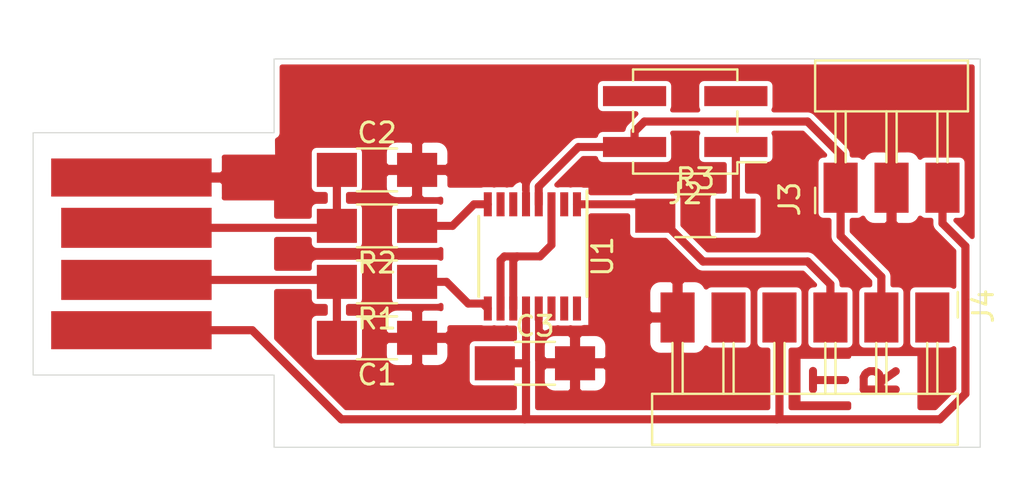
<source format=kicad_pcb>
(kicad_pcb (version 20171130) (host pcbnew "(5.1.9)-1")

  (general
    (thickness 1.6)
    (drawings 10)
    (tracks 57)
    (zones 0)
    (modules 11)
    (nets 21)
  )

  (page A4)
  (layers
    (0 F.Cu signal)
    (31 B.Cu signal)
    (32 B.Adhes user)
    (33 F.Adhes user)
    (34 B.Paste user)
    (35 F.Paste user)
    (36 B.SilkS user)
    (37 F.SilkS user)
    (38 B.Mask user)
    (39 F.Mask user)
    (40 Dwgs.User user)
    (41 Cmts.User user)
    (42 Eco1.User user)
    (43 Eco2.User user)
    (44 Edge.Cuts user)
    (45 Margin user)
    (46 B.CrtYd user)
    (47 F.CrtYd user)
    (48 B.Fab user)
    (49 F.Fab user)
  )

  (setup
    (last_trace_width 0.4064)
    (user_trace_width 0.4)
    (user_trace_width 0.4064)
    (trace_clearance 0.2)
    (zone_clearance 0.508)
    (zone_45_only no)
    (trace_min 0.2)
    (via_size 0.8)
    (via_drill 0.4)
    (via_min_size 0.4)
    (via_min_drill 0.3)
    (uvia_size 0.3)
    (uvia_drill 0.1)
    (uvias_allowed no)
    (uvia_min_size 0.2)
    (uvia_min_drill 0.1)
    (edge_width 0.05)
    (segment_width 0.2)
    (pcb_text_width 0.3)
    (pcb_text_size 1.5 1.5)
    (mod_edge_width 0.12)
    (mod_text_size 1 1)
    (mod_text_width 0.15)
    (pad_size 1.524 1.524)
    (pad_drill 0.762)
    (pad_to_mask_clearance 0)
    (aux_axis_origin 0 0)
    (visible_elements 7FFFFFFF)
    (pcbplotparams
      (layerselection 0x010fc_ffffffff)
      (usegerberextensions false)
      (usegerberattributes true)
      (usegerberadvancedattributes true)
      (creategerberjobfile true)
      (excludeedgelayer true)
      (linewidth 0.100000)
      (plotframeref false)
      (viasonmask false)
      (mode 1)
      (useauxorigin false)
      (hpglpennumber 1)
      (hpglpenspeed 20)
      (hpglpendiameter 15.000000)
      (psnegative false)
      (psa4output false)
      (plotreference true)
      (plotvalue true)
      (plotinvisibletext false)
      (padsonsilk false)
      (subtractmaskfromsilk false)
      (outputformat 1)
      (mirror false)
      (drillshape 1)
      (scaleselection 1)
      (outputdirectory ""))
  )

  (net 0 "")
  (net 1 GND)
  (net 2 "Net-(C1-Pad2)")
  (net 3 "Net-(C2-Pad1)")
  (net 4 VCC)
  (net 5 "Net-(J2-Pad4)")
  (net 6 "Net-(J2-Pad3)")
  (net 7 "Net-(J2-Pad1)")
  (net 8 "Net-(J4-Pad5)")
  (net 9 "Net-(J4-Pad1)")
  (net 10 "Net-(R1-Pad1)")
  (net 11 "Net-(R2-Pad1)")
  (net 12 "Net-(U1-Pad16)")
  (net 13 "Net-(U1-Pad15)")
  (net 14 "Net-(U1-Pad14)")
  (net 15 "Net-(U1-Pad10)")
  (net 16 "Net-(U1-Pad7)")
  (net 17 "Net-(U1-Pad6)")
  (net 18 "Net-(U1-Pad2)")
  (net 19 /RX)
  (net 20 /TX)

  (net_class Default "This is the default net class."
    (clearance 0.2)
    (trace_width 0.25)
    (via_dia 0.8)
    (via_drill 0.4)
    (uvia_dia 0.3)
    (uvia_drill 0.1)
    (add_net /RX)
    (add_net /TX)
    (add_net GND)
    (add_net "Net-(C1-Pad2)")
    (add_net "Net-(C2-Pad1)")
    (add_net "Net-(J2-Pad1)")
    (add_net "Net-(J2-Pad3)")
    (add_net "Net-(J2-Pad4)")
    (add_net "Net-(J4-Pad1)")
    (add_net "Net-(J4-Pad5)")
    (add_net "Net-(R1-Pad1)")
    (add_net "Net-(R2-Pad1)")
    (add_net "Net-(U1-Pad10)")
    (add_net "Net-(U1-Pad14)")
    (add_net "Net-(U1-Pad15)")
    (add_net "Net-(U1-Pad16)")
    (add_net "Net-(U1-Pad2)")
    (add_net "Net-(U1-Pad6)")
    (add_net "Net-(U1-Pad7)")
    (add_net VCC)
  )

  (module fab:C_1206 (layer F.Cu) (tedit 6002C54C) (tstamp 602774DA)
    (at 31.242 45.466)
    (descr "Capacitor SMD 1206, hand soldering")
    (tags "capacitor 1206")
    (path /60275EC8)
    (attr smd)
    (fp_text reference C2 (at 0 -1.85) (layer F.SilkS)
      (effects (font (size 1 1) (thickness 0.15)))
    )
    (fp_text value 10p (at 0 1.9) (layer F.Fab)
      (effects (font (size 1 1) (thickness 0.15)))
    )
    (fp_line (start -1.6 0.8) (end -1.6 -0.8) (layer F.Fab) (width 0.1))
    (fp_line (start 1.6 0.8) (end -1.6 0.8) (layer F.Fab) (width 0.1))
    (fp_line (start 1.6 -0.8) (end 1.6 0.8) (layer F.Fab) (width 0.1))
    (fp_line (start -1.6 -0.8) (end 1.6 -0.8) (layer F.Fab) (width 0.1))
    (fp_line (start 1 1.07) (end -1 1.07) (layer F.SilkS) (width 0.12))
    (fp_line (start -1 -1.07) (end 1 -1.07) (layer F.SilkS) (width 0.12))
    (fp_line (start -3.25 -1.11) (end 3.25 -1.11) (layer F.CrtYd) (width 0.05))
    (fp_line (start -3.25 -1.11) (end -3.25 1.1) (layer F.CrtYd) (width 0.05))
    (fp_line (start 3.25 1.1) (end 3.25 -1.11) (layer F.CrtYd) (width 0.05))
    (fp_line (start 3.25 1.1) (end -3.25 1.1) (layer F.CrtYd) (width 0.05))
    (fp_text user %R (at 0 0) (layer F.Fab)
      (effects (font (size 0.7 0.7) (thickness 0.105)))
    )
    (pad 1 smd rect (at -2 0) (size 2 1.7) (layers F.Cu F.Paste F.Mask)
      (net 3 "Net-(C2-Pad1)"))
    (pad 2 smd rect (at 2 0) (size 2 1.7) (layers F.Cu F.Paste F.Mask)
      (net 1 GND))
    (model ${FAB}/fab.3dshapes/C_1206.step
      (at (xyz 0 0 0))
      (scale (xyz 1 1 1))
      (rotate (xyz 0 0 0))
    )
  )

  (module Package_SO:SSOP-16_3.9x4.9mm_P0.635mm (layer F.Cu) (tedit 5A02F25C) (tstamp 602775C1)
    (at 38.989 49.784 270)
    (descr "SSOP16: plastic shrink small outline package; 16 leads; body width 3.9 mm; lead pitch 0.635; (see NXP SSOP-TSSOP-VSO-REFLOW.pdf and sot519-1_po.pdf)")
    (tags "SSOP 0.635")
    (path /6026F555)
    (attr smd)
    (fp_text reference U1 (at 0 -3.5 90) (layer F.SilkS)
      (effects (font (size 1 1) (thickness 0.15)))
    )
    (fp_text value FT230XS (at 0 3.5 90) (layer F.Fab)
      (effects (font (size 1 1) (thickness 0.15)))
    )
    (fp_line (start -0.95 -2.45) (end 1.95 -2.45) (layer F.Fab) (width 0.15))
    (fp_line (start 1.95 -2.45) (end 1.95 2.45) (layer F.Fab) (width 0.15))
    (fp_line (start 1.95 2.45) (end -1.95 2.45) (layer F.Fab) (width 0.15))
    (fp_line (start -1.95 2.45) (end -1.95 -1.45) (layer F.Fab) (width 0.15))
    (fp_line (start -1.95 -1.45) (end -0.95 -2.45) (layer F.Fab) (width 0.15))
    (fp_line (start -3.45 -2.85) (end -3.45 2.8) (layer F.CrtYd) (width 0.05))
    (fp_line (start 3.45 -2.85) (end 3.45 2.8) (layer F.CrtYd) (width 0.05))
    (fp_line (start -3.45 -2.85) (end 3.45 -2.85) (layer F.CrtYd) (width 0.05))
    (fp_line (start -3.45 2.8) (end 3.45 2.8) (layer F.CrtYd) (width 0.05))
    (fp_line (start -2 2.675) (end 2 2.675) (layer F.SilkS) (width 0.15))
    (fp_line (start -3.275 -2.725) (end 2 -2.725) (layer F.SilkS) (width 0.15))
    (fp_text user %R (at 0 0 90) (layer F.Fab)
      (effects (font (size 0.8 0.8) (thickness 0.15)))
    )
    (pad 16 smd rect (at 2.6 -2.2225 270) (size 1.2 0.4) (layers F.Cu F.Paste F.Mask)
      (net 12 "Net-(U1-Pad16)"))
    (pad 15 smd rect (at 2.6 -1.5875 270) (size 1.2 0.4) (layers F.Cu F.Paste F.Mask)
      (net 13 "Net-(U1-Pad15)"))
    (pad 14 smd rect (at 2.6 -0.9525 270) (size 1.2 0.4) (layers F.Cu F.Paste F.Mask)
      (net 14 "Net-(U1-Pad14)"))
    (pad 13 smd rect (at 2.6 -0.3175 270) (size 1.2 0.4) (layers F.Cu F.Paste F.Mask)
      (net 1 GND))
    (pad 12 smd rect (at 2.6 0.3175 270) (size 1.2 0.4) (layers F.Cu F.Paste F.Mask)
      (net 4 VCC))
    (pad 11 smd rect (at 2.6 0.9525 270) (size 1.2 0.4) (layers F.Cu F.Paste F.Mask)
      (net 15 "Net-(U1-Pad10)"))
    (pad 10 smd rect (at 2.6 1.5875 270) (size 1.2 0.4) (layers F.Cu F.Paste F.Mask)
      (net 15 "Net-(U1-Pad10)"))
    (pad 9 smd rect (at 2.6 2.2225 270) (size 1.2 0.4) (layers F.Cu F.Paste F.Mask)
      (net 10 "Net-(R1-Pad1)"))
    (pad 8 smd rect (at -2.6 2.2225 270) (size 1.2 0.4) (layers F.Cu F.Paste F.Mask)
      (net 11 "Net-(R2-Pad1)"))
    (pad 7 smd rect (at -2.6 1.5875 270) (size 1.2 0.4) (layers F.Cu F.Paste F.Mask)
      (net 16 "Net-(U1-Pad7)"))
    (pad 6 smd rect (at -2.6 0.9525 270) (size 1.2 0.4) (layers F.Cu F.Paste F.Mask)
      (net 17 "Net-(U1-Pad6)"))
    (pad 5 smd rect (at -2.6 0.3175 270) (size 1.2 0.4) (layers F.Cu F.Paste F.Mask)
      (net 1 GND))
    (pad 4 smd rect (at -2.6 -0.3175 270) (size 1.2 0.4) (layers F.Cu F.Paste F.Mask)
      (net 19 /RX))
    (pad 3 smd rect (at -2.6 -0.9525 270) (size 1.2 0.4) (layers F.Cu F.Paste F.Mask)
      (net 15 "Net-(U1-Pad10)"))
    (pad 2 smd rect (at -2.6 -1.5875 270) (size 1.2 0.4) (layers F.Cu F.Paste F.Mask)
      (net 18 "Net-(U1-Pad2)"))
    (pad 1 smd rect (at -2.6 -2.2225 270) (size 1.2 0.4) (layers F.Cu F.Paste F.Mask)
      (net 20 /TX))
    (model ${KISYS3DMOD}/Package_SO.3dshapes/SSOP-16_3.9x4.9mm_P0.635mm.wrl
      (at (xyz 0 0 0))
      (scale (xyz 1 1 1))
      (rotate (xyz 0 0 0))
    )
  )

  (module fab:R_1206 (layer F.Cu) (tedit 60020482) (tstamp 602775A1)
    (at 47.117 47.752)
    (descr "Resistor SMD 1206, hand soldering")
    (tags "resistor 1206")
    (path /6027D546)
    (attr smd)
    (fp_text reference R3 (at 0 -1.85) (layer F.SilkS)
      (effects (font (size 1 1) (thickness 0.15)))
    )
    (fp_text value 4,9k (at 0 1.9) (layer F.Fab)
      (effects (font (size 1 1) (thickness 0.15)))
    )
    (fp_line (start 3.25 1.1) (end -3.25 1.1) (layer F.CrtYd) (width 0.05))
    (fp_line (start 3.25 1.1) (end 3.25 -1.11) (layer F.CrtYd) (width 0.05))
    (fp_line (start -3.25 -1.11) (end -3.25 1.1) (layer F.CrtYd) (width 0.05))
    (fp_line (start -3.25 -1.11) (end 3.25 -1.11) (layer F.CrtYd) (width 0.05))
    (fp_line (start -1 -1.07) (end 1 -1.07) (layer F.SilkS) (width 0.12))
    (fp_line (start 1 1.07) (end -1 1.07) (layer F.SilkS) (width 0.12))
    (fp_line (start -1.6 -0.8) (end 1.6 -0.8) (layer F.Fab) (width 0.1))
    (fp_line (start 1.6 -0.8) (end 1.6 0.8) (layer F.Fab) (width 0.1))
    (fp_line (start 1.6 0.8) (end -1.6 0.8) (layer F.Fab) (width 0.1))
    (fp_line (start -1.6 0.8) (end -1.6 -0.8) (layer F.Fab) (width 0.1))
    (fp_text user %R (at 0 0) (layer F.Fab)
      (effects (font (size 0.7 0.7) (thickness 0.105)))
    )
    (pad 2 smd rect (at 2 0) (size 2 1.7) (layers F.Cu F.Paste F.Mask)
      (net 7 "Net-(J2-Pad1)"))
    (pad 1 smd rect (at -2 0) (size 2 1.7) (layers F.Cu F.Paste F.Mask)
      (net 20 /TX))
    (model ${FAB}/fab.3dshapes/R_1206.step
      (at (xyz 0 0 0))
      (scale (xyz 1 1 1))
      (rotate (xyz 0 0 0))
    )
  )

  (module fab:R_1206 (layer F.Cu) (tedit 60020482) (tstamp 60277590)
    (at 31.242 48.26 180)
    (descr "Resistor SMD 1206, hand soldering")
    (tags "resistor 1206")
    (path /60278836)
    (attr smd)
    (fp_text reference R2 (at 0 -1.85) (layer F.SilkS)
      (effects (font (size 1 1) (thickness 0.15)))
    )
    (fp_text value 49 (at 0 1.9) (layer F.Fab)
      (effects (font (size 1 1) (thickness 0.15)))
    )
    (fp_line (start -1.6 0.8) (end -1.6 -0.8) (layer F.Fab) (width 0.1))
    (fp_line (start 1.6 0.8) (end -1.6 0.8) (layer F.Fab) (width 0.1))
    (fp_line (start 1.6 -0.8) (end 1.6 0.8) (layer F.Fab) (width 0.1))
    (fp_line (start -1.6 -0.8) (end 1.6 -0.8) (layer F.Fab) (width 0.1))
    (fp_line (start 1 1.07) (end -1 1.07) (layer F.SilkS) (width 0.12))
    (fp_line (start -1 -1.07) (end 1 -1.07) (layer F.SilkS) (width 0.12))
    (fp_line (start -3.25 -1.11) (end 3.25 -1.11) (layer F.CrtYd) (width 0.05))
    (fp_line (start -3.25 -1.11) (end -3.25 1.1) (layer F.CrtYd) (width 0.05))
    (fp_line (start 3.25 1.1) (end 3.25 -1.11) (layer F.CrtYd) (width 0.05))
    (fp_line (start 3.25 1.1) (end -3.25 1.1) (layer F.CrtYd) (width 0.05))
    (fp_text user %R (at 0 0) (layer F.Fab)
      (effects (font (size 0.7 0.7) (thickness 0.105)))
    )
    (pad 1 smd rect (at -2 0 180) (size 2 1.7) (layers F.Cu F.Paste F.Mask)
      (net 11 "Net-(R2-Pad1)"))
    (pad 2 smd rect (at 2 0 180) (size 2 1.7) (layers F.Cu F.Paste F.Mask)
      (net 3 "Net-(C2-Pad1)"))
    (model ${FAB}/fab.3dshapes/R_1206.step
      (at (xyz 0 0 0))
      (scale (xyz 1 1 1))
      (rotate (xyz 0 0 0))
    )
  )

  (module fab:R_1206 (layer F.Cu) (tedit 60020482) (tstamp 6027757F)
    (at 31.242 51.054 180)
    (descr "Resistor SMD 1206, hand soldering")
    (tags "resistor 1206")
    (path /60277A69)
    (attr smd)
    (fp_text reference R1 (at 0 -1.85) (layer F.SilkS)
      (effects (font (size 1 1) (thickness 0.15)))
    )
    (fp_text value 49 (at 0 1.9) (layer F.Fab)
      (effects (font (size 1 1) (thickness 0.15)))
    )
    (fp_line (start -1.6 0.8) (end -1.6 -0.8) (layer F.Fab) (width 0.1))
    (fp_line (start 1.6 0.8) (end -1.6 0.8) (layer F.Fab) (width 0.1))
    (fp_line (start 1.6 -0.8) (end 1.6 0.8) (layer F.Fab) (width 0.1))
    (fp_line (start -1.6 -0.8) (end 1.6 -0.8) (layer F.Fab) (width 0.1))
    (fp_line (start 1 1.07) (end -1 1.07) (layer F.SilkS) (width 0.12))
    (fp_line (start -1 -1.07) (end 1 -1.07) (layer F.SilkS) (width 0.12))
    (fp_line (start -3.25 -1.11) (end 3.25 -1.11) (layer F.CrtYd) (width 0.05))
    (fp_line (start -3.25 -1.11) (end -3.25 1.1) (layer F.CrtYd) (width 0.05))
    (fp_line (start 3.25 1.1) (end 3.25 -1.11) (layer F.CrtYd) (width 0.05))
    (fp_line (start 3.25 1.1) (end -3.25 1.1) (layer F.CrtYd) (width 0.05))
    (fp_text user %R (at 0 0) (layer F.Fab)
      (effects (font (size 0.7 0.7) (thickness 0.105)))
    )
    (pad 1 smd rect (at -2 0 180) (size 2 1.7) (layers F.Cu F.Paste F.Mask)
      (net 10 "Net-(R1-Pad1)"))
    (pad 2 smd rect (at 2 0 180) (size 2 1.7) (layers F.Cu F.Paste F.Mask)
      (net 2 "Net-(C1-Pad2)"))
    (model ${FAB}/fab.3dshapes/R_1206.step
      (at (xyz 0 0 0))
      (scale (xyz 1 1 1))
      (rotate (xyz 0 0 0))
    )
  )

  (module fab:Header_SMD_01x06_P2.54mm_Horizontal_Male (layer F.Cu) (tedit 5FFC9606) (tstamp 6027756E)
    (at 58.928 52.832 270)
    (descr https://s3.amazonaws.com/catalogspreads-pdf/PAGE112-113%20.100%20MALE%20HDR.pdf)
    (tags "horizontal pin header SMD 2.54mm")
    (path /602840F7)
    (attr smd)
    (fp_text reference J4 (at -1.524 -2.54 270) (layer F.SilkS)
      (effects (font (size 1 1) (thickness 0.15)) (justify right))
    )
    (fp_text value Conn_01x06_Male (at 2.286 15.621 90) (layer F.Fab)
      (effects (font (size 1 1) (thickness 0.15)))
    )
    (fp_line (start -0.635 12.446) (end -0.635 12.954) (layer F.Fab) (width 0.1))
    (fp_line (start -0.635 9.906) (end -0.635 10.414) (layer F.Fab) (width 0.1))
    (fp_line (start -0.635 7.366) (end -0.635 7.874) (layer F.Fab) (width 0.1))
    (fp_line (start -0.635 4.826) (end -0.635 5.334) (layer F.Fab) (width 0.1))
    (fp_line (start -0.635 2.286) (end -0.635 2.794) (layer F.Fab) (width 0.1))
    (fp_line (start -0.635 -0.254) (end -0.635 0.254) (layer F.Fab) (width 0.1))
    (fp_line (start 3.81 12.954) (end 1.27 12.954) (layer F.SilkS) (width 0.12))
    (fp_line (start 3.81 12.446) (end 1.27 12.446) (layer F.SilkS) (width 0.12))
    (fp_line (start 3.81 10.414) (end 1.27 10.414) (layer F.SilkS) (width 0.12))
    (fp_line (start 3.81 9.906) (end 1.27 9.906) (layer F.SilkS) (width 0.12))
    (fp_line (start 3.81 7.874) (end 1.27 7.874) (layer F.SilkS) (width 0.12))
    (fp_line (start 3.81 7.366) (end 1.27 7.366) (layer F.SilkS) (width 0.12))
    (fp_line (start 3.81 5.334) (end 1.27 5.334) (layer F.SilkS) (width 0.12))
    (fp_line (start 3.81 4.826) (end 1.27 4.826) (layer F.SilkS) (width 0.12))
    (fp_line (start 3.81 2.794) (end 1.27 2.794) (layer F.SilkS) (width 0.12))
    (fp_line (start 3.81 2.286) (end 1.27 2.286) (layer F.SilkS) (width 0.12))
    (fp_line (start 3.81 0.254) (end 1.27 0.254) (layer F.SilkS) (width 0.12))
    (fp_line (start 3.81 -0.254) (end 1.27 -0.254) (layer F.SilkS) (width 0.12))
    (fp_line (start 3.81 13.97) (end 3.81 -1.27) (layer F.SilkS) (width 0.12))
    (fp_line (start 6.35 13.97) (end 3.81 13.97) (layer F.SilkS) (width 0.12))
    (fp_line (start 6.35 -1.27) (end 6.35 13.97) (layer F.SilkS) (width 0.12))
    (fp_line (start 3.81 -1.27) (end 6.35 -1.27) (layer F.SilkS) (width 0.12))
    (fp_line (start 3.81 12.7) (end -0.635 12.7) (layer F.Fab) (width 0.1))
    (fp_line (start 3.81 10.16) (end -0.635 10.16) (layer F.Fab) (width 0.1))
    (fp_line (start 3.81 7.62) (end -0.635 7.62) (layer F.Fab) (width 0.1))
    (fp_line (start 3.81 5.08) (end -0.635 5.08) (layer F.Fab) (width 0.1))
    (fp_line (start 3.81 2.54) (end -0.635 2.54) (layer F.Fab) (width 0.1))
    (fp_line (start 3.81 0) (end -0.635 0) (layer F.Fab) (width 0.1))
    (fp_line (start 6.34 -1.27) (end 6.35 13.97) (layer F.Fab) (width 0.1))
    (fp_line (start 3.8 13.97) (end 6.35 13.97) (layer F.Fab) (width 0.1))
    (fp_line (start 3.8 -1.27) (end 6.34 -1.27) (layer F.Fab) (width 0.1))
    (fp_line (start 3.8 13.97) (end 3.8 -1.27) (layer F.Fab) (width 0.1))
    (fp_line (start -1.27 -1.27) (end 0 -1.27) (layer F.SilkS) (width 0.12))
    (fp_line (start -1.8 -1.8) (end -1.8 14.5) (layer F.CrtYd) (width 0.05))
    (fp_line (start -1.8 14.5) (end 6.4 14.5) (layer F.CrtYd) (width 0.05))
    (fp_line (start 6.4 14.5) (end 6.4 -1.8) (layer F.CrtYd) (width 0.05))
    (fp_line (start 6.4 -1.8) (end -1.8 -1.8) (layer F.CrtYd) (width 0.05))
    (fp_text user %R (at 2.6 6.1) (layer F.Fab)
      (effects (font (size 1 1) (thickness 0.15)))
    )
    (pad 6 smd rect (at 0 12.7 270) (size 2.5 1.7) (layers F.Cu F.Paste F.Mask)
      (net 1 GND))
    (pad 5 smd rect (at 0 10.16 270) (size 2.5 1.7) (layers F.Cu F.Paste F.Mask)
      (net 8 "Net-(J4-Pad5)"))
    (pad 4 smd rect (at 0 7.62 270) (size 2.5 1.7) (layers F.Cu F.Paste F.Mask)
      (net 4 VCC))
    (pad 3 smd rect (at 0 5.08 270) (size 2.5 1.7) (layers F.Cu F.Paste F.Mask)
      (net 20 /TX))
    (pad 2 smd rect (at 0 2.54 270) (size 2.5 1.7) (layers F.Cu F.Paste F.Mask)
      (net 19 /RX))
    (pad 1 smd rect (at 0 0 270) (size 2.5 1.7) (layers F.Cu F.Paste F.Mask)
      (net 9 "Net-(J4-Pad1)"))
    (model ${FAB}/fab.3dshapes/Header_SMD_01x06_P2.54mm_Horizontal_Male.step
      (at (xyz 0 0 0))
      (scale (xyz 1 1 1))
      (rotate (xyz 0 0 0))
    )
  )

  (module fab:Header_SMD_01x03_P2.54mm_Horizontal_Male (layer F.Cu) (tedit 5FFC95A6) (tstamp 6027753E)
    (at 54.356 46.355 90)
    (descr https://s3.amazonaws.com/catalogspreads-pdf/PAGE112-113%20.100%20MALE%20HDR.pdf)
    (tags "horizontal pin header SMD 2.54mm")
    (path /6028139B)
    (attr smd)
    (fp_text reference J3 (at -1.524 -2.54 270) (layer F.SilkS)
      (effects (font (size 1 1) (thickness 0.15)) (justify left))
    )
    (fp_text value Conn_01x03_Male (at 2.6 8.3 90) (layer F.Fab)
      (effects (font (size 1 1) (thickness 0.15)))
    )
    (fp_line (start 6.4 -1.8) (end -1.8 -1.8) (layer F.CrtYd) (width 0.05))
    (fp_line (start 6.4 6.9) (end 6.4 -1.8) (layer F.CrtYd) (width 0.05))
    (fp_line (start -1.8 6.9) (end 6.4 6.9) (layer F.CrtYd) (width 0.05))
    (fp_line (start -1.8 -1.8) (end -1.8 6.9) (layer F.CrtYd) (width 0.05))
    (fp_line (start -1.27 -1.27) (end 0 -1.27) (layer F.SilkS) (width 0.12))
    (fp_line (start 3.81 6.35) (end 3.8 -1.27) (layer F.Fab) (width 0.1))
    (fp_line (start 3.8 -1.27) (end 6.34 -1.27) (layer F.Fab) (width 0.1))
    (fp_line (start 3.8 6.35) (end 6.35 6.35) (layer F.Fab) (width 0.1))
    (fp_line (start 6.34 -1.27) (end 6.35 6.35) (layer F.Fab) (width 0.1))
    (fp_line (start 3.81 0) (end -0.635 0) (layer F.Fab) (width 0.1))
    (fp_line (start 3.81 2.54) (end -0.635 2.54) (layer F.Fab) (width 0.1))
    (fp_line (start 3.81 5.08) (end -0.635 5.08) (layer F.Fab) (width 0.1))
    (fp_line (start 3.81 -1.27) (end 6.35 -1.27) (layer F.SilkS) (width 0.12))
    (fp_line (start 6.35 -1.27) (end 6.35 6.35) (layer F.SilkS) (width 0.12))
    (fp_line (start 6.35 6.35) (end 3.81 6.35) (layer F.SilkS) (width 0.12))
    (fp_line (start 3.81 6.35) (end 3.81 -1.27) (layer F.SilkS) (width 0.12))
    (fp_line (start 3.81 -0.254) (end 1.27 -0.254) (layer F.SilkS) (width 0.12))
    (fp_line (start 3.81 0.254) (end 1.27 0.254) (layer F.SilkS) (width 0.12))
    (fp_line (start 3.81 2.286) (end 1.27 2.286) (layer F.SilkS) (width 0.12))
    (fp_line (start 3.81 2.794) (end 1.27 2.794) (layer F.SilkS) (width 0.12))
    (fp_line (start 3.81 4.826) (end 1.27 4.826) (layer F.SilkS) (width 0.12))
    (fp_line (start 3.81 5.334) (end 1.27 5.334) (layer F.SilkS) (width 0.12))
    (fp_line (start -0.635 -0.254) (end -0.635 0.254) (layer F.Fab) (width 0.1))
    (fp_line (start -0.635 2.286) (end -0.635 2.794) (layer F.Fab) (width 0.1))
    (fp_line (start -0.635 4.826) (end -0.635 5.334) (layer F.Fab) (width 0.1))
    (fp_text user %R (at 2.4 2.6) (layer F.Fab)
      (effects (font (size 1 1) (thickness 0.15)))
    )
    (pad 3 smd rect (at 0 5.08 90) (size 2.5 1.7) (layers F.Cu F.Paste F.Mask)
      (net 4 VCC))
    (pad 2 smd rect (at 0 2.54 90) (size 2.5 1.7) (layers F.Cu F.Paste F.Mask)
      (net 1 GND))
    (pad 1 smd rect (at 0 0 90) (size 2.5 1.7) (layers F.Cu F.Paste F.Mask)
      (net 19 /RX))
    (model "$(FAB)/fab.3dshapes/Header_SMD_01x03_P2.54mm_Horizontal_Male.step"
      (at (xyz 0 0 0))
      (scale (xyz 1 1 1))
      (rotate (xyz 0 0 0))
    )
  )

  (module Connector_PinHeader_2.54mm:PinHeader_2x02_P2.54mm_Vertical_SMD (layer F.Cu) (tedit 59FED5CC) (tstamp 6027751D)
    (at 46.609 43.053 180)
    (descr "surface-mounted straight pin header, 2x02, 2.54mm pitch, double rows")
    (tags "Surface mounted pin header SMD 2x02 2.54mm double row")
    (path /6027F54C)
    (attr smd)
    (fp_text reference J2 (at 0 -3.6) (layer F.SilkS)
      (effects (font (size 1 1) (thickness 0.15)))
    )
    (fp_text value Conn_02x02_Counter_Clockwise (at 0 3.6) (layer F.Fab)
      (effects (font (size 1 1) (thickness 0.15)))
    )
    (fp_line (start 2.54 2.54) (end -2.54 2.54) (layer F.Fab) (width 0.1))
    (fp_line (start -1.59 -2.54) (end 2.54 -2.54) (layer F.Fab) (width 0.1))
    (fp_line (start -2.54 2.54) (end -2.54 -1.59) (layer F.Fab) (width 0.1))
    (fp_line (start -2.54 -1.59) (end -1.59 -2.54) (layer F.Fab) (width 0.1))
    (fp_line (start 2.54 -2.54) (end 2.54 2.54) (layer F.Fab) (width 0.1))
    (fp_line (start -2.54 -1.59) (end -3.6 -1.59) (layer F.Fab) (width 0.1))
    (fp_line (start -3.6 -1.59) (end -3.6 -0.95) (layer F.Fab) (width 0.1))
    (fp_line (start -3.6 -0.95) (end -2.54 -0.95) (layer F.Fab) (width 0.1))
    (fp_line (start 2.54 -1.59) (end 3.6 -1.59) (layer F.Fab) (width 0.1))
    (fp_line (start 3.6 -1.59) (end 3.6 -0.95) (layer F.Fab) (width 0.1))
    (fp_line (start 3.6 -0.95) (end 2.54 -0.95) (layer F.Fab) (width 0.1))
    (fp_line (start -2.54 0.95) (end -3.6 0.95) (layer F.Fab) (width 0.1))
    (fp_line (start -3.6 0.95) (end -3.6 1.59) (layer F.Fab) (width 0.1))
    (fp_line (start -3.6 1.59) (end -2.54 1.59) (layer F.Fab) (width 0.1))
    (fp_line (start 2.54 0.95) (end 3.6 0.95) (layer F.Fab) (width 0.1))
    (fp_line (start 3.6 0.95) (end 3.6 1.59) (layer F.Fab) (width 0.1))
    (fp_line (start 3.6 1.59) (end 2.54 1.59) (layer F.Fab) (width 0.1))
    (fp_line (start -2.6 -2.6) (end 2.6 -2.6) (layer F.SilkS) (width 0.12))
    (fp_line (start -2.6 2.6) (end 2.6 2.6) (layer F.SilkS) (width 0.12))
    (fp_line (start -4.04 -2.03) (end -2.6 -2.03) (layer F.SilkS) (width 0.12))
    (fp_line (start -2.6 -2.6) (end -2.6 -2.03) (layer F.SilkS) (width 0.12))
    (fp_line (start 2.6 -2.6) (end 2.6 -2.03) (layer F.SilkS) (width 0.12))
    (fp_line (start -2.6 2.03) (end -2.6 2.6) (layer F.SilkS) (width 0.12))
    (fp_line (start 2.6 2.03) (end 2.6 2.6) (layer F.SilkS) (width 0.12))
    (fp_line (start -2.6 -0.51) (end -2.6 0.51) (layer F.SilkS) (width 0.12))
    (fp_line (start 2.6 -0.51) (end 2.6 0.51) (layer F.SilkS) (width 0.12))
    (fp_line (start -5.9 -3.05) (end -5.9 3.05) (layer F.CrtYd) (width 0.05))
    (fp_line (start -5.9 3.05) (end 5.9 3.05) (layer F.CrtYd) (width 0.05))
    (fp_line (start 5.9 3.05) (end 5.9 -3.05) (layer F.CrtYd) (width 0.05))
    (fp_line (start 5.9 -3.05) (end -5.9 -3.05) (layer F.CrtYd) (width 0.05))
    (fp_text user %R (at 0 0 90) (layer F.Fab)
      (effects (font (size 1 1) (thickness 0.15)))
    )
    (pad 4 smd rect (at 2.525 1.27 180) (size 3.15 1) (layers F.Cu F.Paste F.Mask)
      (net 5 "Net-(J2-Pad4)"))
    (pad 3 smd rect (at -2.525 1.27 180) (size 3.15 1) (layers F.Cu F.Paste F.Mask)
      (net 6 "Net-(J2-Pad3)"))
    (pad 2 smd rect (at 2.525 -1.27 180) (size 3.15 1) (layers F.Cu F.Paste F.Mask)
      (net 19 /RX))
    (pad 1 smd rect (at -2.525 -1.27 180) (size 3.15 1) (layers F.Cu F.Paste F.Mask)
      (net 7 "Net-(J2-Pad1)"))
    (model ${KISYS3DMOD}/Connector_PinHeader_2.54mm.3dshapes/PinHeader_2x02_P2.54mm_Vertical_SMD.wrl
      (at (xyz 0 0 0))
      (scale (xyz 1 1 1))
      (rotate (xyz 0 0 0))
    )
  )

  (module fab:fab-USB_A_male_plug (layer F.Cu) (tedit 542BB0AF) (tstamp 602774F6)
    (at 14.097 49.657 270)
    (path /602709A9)
    (attr virtual)
    (fp_text reference J1 (at 0.13 -7.85 90) (layer F.SilkS) hide
      (effects (font (size 1.5 1.5) (thickness 0.15)))
    )
    (fp_text value USB_A_PLUG (at 0.29 -10.13 90) (layer F.SilkS) hide
      (effects (font (size 1.5 1.5) (thickness 0.15)))
    )
    (fp_line (start 6.03 0) (end 6.03 -12) (layer Dwgs.User) (width 0.15))
    (fp_line (start 6.03 0) (end -6.03 0) (layer Dwgs.User) (width 0.15))
    (fp_line (start -6.03 0) (end -6.03 -12) (layer Dwgs.User) (width 0.15))
    (pad 2 connect rect (at 1.3 -5.15 270) (size 2 7.5) (layers F.Cu F.Mask)
      (net 2 "Net-(C1-Pad2)"))
    (pad 3 connect rect (at -1.3 -5.15 270) (size 2 7.5) (layers F.Cu F.Mask)
      (net 3 "Net-(C2-Pad1)"))
    (pad 4 connect rect (at -3.81 -4.9 270) (size 1.9 8) (layers F.Cu F.Mask)
      (net 1 GND))
    (pad 1 connect rect (at 3.81 -4.9 270) (size 1.9 8) (layers F.Cu F.Mask)
      (net 4 VCC))
  )

  (module fab:C_1206 (layer F.Cu) (tedit 6002C54C) (tstamp 602774EB)
    (at 39.116 55.118)
    (descr "Capacitor SMD 1206, hand soldering")
    (tags "capacitor 1206")
    (path /60276E1F)
    (attr smd)
    (fp_text reference C3 (at 0 -1.85) (layer F.SilkS)
      (effects (font (size 1 1) (thickness 0.15)))
    )
    (fp_text value 10p (at 0 1.9) (layer F.Fab)
      (effects (font (size 1 1) (thickness 0.15)))
    )
    (fp_line (start -1.6 0.8) (end -1.6 -0.8) (layer F.Fab) (width 0.1))
    (fp_line (start 1.6 0.8) (end -1.6 0.8) (layer F.Fab) (width 0.1))
    (fp_line (start 1.6 -0.8) (end 1.6 0.8) (layer F.Fab) (width 0.1))
    (fp_line (start -1.6 -0.8) (end 1.6 -0.8) (layer F.Fab) (width 0.1))
    (fp_line (start 1 1.07) (end -1 1.07) (layer F.SilkS) (width 0.12))
    (fp_line (start -1 -1.07) (end 1 -1.07) (layer F.SilkS) (width 0.12))
    (fp_line (start -3.25 -1.11) (end 3.25 -1.11) (layer F.CrtYd) (width 0.05))
    (fp_line (start -3.25 -1.11) (end -3.25 1.1) (layer F.CrtYd) (width 0.05))
    (fp_line (start 3.25 1.1) (end 3.25 -1.11) (layer F.CrtYd) (width 0.05))
    (fp_line (start 3.25 1.1) (end -3.25 1.1) (layer F.CrtYd) (width 0.05))
    (fp_text user %R (at 0 0) (layer F.Fab)
      (effects (font (size 0.7 0.7) (thickness 0.105)))
    )
    (pad 1 smd rect (at -2 0) (size 2 1.7) (layers F.Cu F.Paste F.Mask)
      (net 4 VCC))
    (pad 2 smd rect (at 2 0) (size 2 1.7) (layers F.Cu F.Paste F.Mask)
      (net 1 GND))
    (model ${FAB}/fab.3dshapes/C_1206.step
      (at (xyz 0 0 0))
      (scale (xyz 1 1 1))
      (rotate (xyz 0 0 0))
    )
  )

  (module fab:C_1206 (layer F.Cu) (tedit 6002C54C) (tstamp 602774C9)
    (at 31.242 53.848 180)
    (descr "Capacitor SMD 1206, hand soldering")
    (tags "capacitor 1206")
    (path /602741C1)
    (attr smd)
    (fp_text reference C1 (at 0 -1.85) (layer F.SilkS)
      (effects (font (size 1 1) (thickness 0.15)))
    )
    (fp_text value 10p (at 0 1.9) (layer F.Fab)
      (effects (font (size 1 1) (thickness 0.15)))
    )
    (fp_line (start -1.6 0.8) (end -1.6 -0.8) (layer F.Fab) (width 0.1))
    (fp_line (start 1.6 0.8) (end -1.6 0.8) (layer F.Fab) (width 0.1))
    (fp_line (start 1.6 -0.8) (end 1.6 0.8) (layer F.Fab) (width 0.1))
    (fp_line (start -1.6 -0.8) (end 1.6 -0.8) (layer F.Fab) (width 0.1))
    (fp_line (start 1 1.07) (end -1 1.07) (layer F.SilkS) (width 0.12))
    (fp_line (start -1 -1.07) (end 1 -1.07) (layer F.SilkS) (width 0.12))
    (fp_line (start -3.25 -1.11) (end 3.25 -1.11) (layer F.CrtYd) (width 0.05))
    (fp_line (start -3.25 -1.11) (end -3.25 1.1) (layer F.CrtYd) (width 0.05))
    (fp_line (start 3.25 1.1) (end 3.25 -1.11) (layer F.CrtYd) (width 0.05))
    (fp_line (start 3.25 1.1) (end -3.25 1.1) (layer F.CrtYd) (width 0.05))
    (fp_text user %R (at 0 0) (layer F.Fab)
      (effects (font (size 0.7 0.7) (thickness 0.105)))
    )
    (pad 1 smd rect (at -2 0 180) (size 2 1.7) (layers F.Cu F.Paste F.Mask)
      (net 1 GND))
    (pad 2 smd rect (at 2 0 180) (size 2 1.7) (layers F.Cu F.Paste F.Mask)
      (net 2 "Net-(C1-Pad2)"))
    (model ${FAB}/fab.3dshapes/C_1206.step
      (at (xyz 0 0 0))
      (scale (xyz 1 1 1))
      (rotate (xyz 0 0 0))
    )
  )

  (gr_text R (at 56.388 56.007 90) (layer F.Cu)
    (effects (font (size 1.6 1.6) (thickness 0.4)))
  )
  (gr_text T (at 53.8607 55.9562 90) (layer F.Cu)
    (effects (font (size 1.6 1.6) (thickness 0.4)))
  )
  (gr_line (start 26.1112 39.9288) (end 26.1112 43.6118) (layer Edge.Cuts) (width 0.05) (tstamp 60278A8A))
  (gr_line (start 61.3156 39.9288) (end 26.1112 39.9288) (layer Edge.Cuts) (width 0.05))
  (gr_line (start 61.3156 59.309) (end 61.3156 39.9288) (layer Edge.Cuts) (width 0.05))
  (gr_line (start 26.1112 59.309) (end 61.3156 59.309) (layer Edge.Cuts) (width 0.05))
  (gr_line (start 26.1112 55.7022) (end 26.1112 59.309) (layer Edge.Cuts) (width 0.05))
  (gr_line (start 14.097 55.7022) (end 26.1112 55.7022) (layer Edge.Cuts) (width 0.05))
  (gr_line (start 14.097 43.6118) (end 14.097 55.7022) (layer Edge.Cuts) (width 0.05))
  (gr_line (start 26.1112 43.6118) (end 14.097 43.6118) (layer Edge.Cuts) (width 0.05))

  (segment (start 29.145 50.957) (end 29.242 51.054) (width 0.4064) (layer F.Cu) (net 2))
  (segment (start 19.247 50.957) (end 29.145 50.957) (width 0.4064) (layer F.Cu) (net 2))
  (segment (start 29.242 51.054) (end 29.242 53.848) (width 0.4064) (layer F.Cu) (net 2))
  (segment (start 29.145 48.357) (end 29.242 48.26) (width 0.4064) (layer F.Cu) (net 3))
  (segment (start 19.247 48.357) (end 29.145 48.357) (width 0.4064) (layer F.Cu) (net 3))
  (segment (start 29.242 45.466) (end 29.242 48.26) (width 0.4064) (layer F.Cu) (net 3))
  (segment (start 18.997 53.467) (end 25.019 53.467) (width 0.4064) (layer F.Cu) (net 4))
  (segment (start 25.019 53.467) (end 29.464 57.912) (width 0.4064) (layer F.Cu) (net 4))
  (segment (start 29.464 57.912) (end 38.608 57.912) (width 0.4064) (layer F.Cu) (net 4))
  (segment (start 38.6715 52.384) (end 38.6715 55.0545) (width 0.4) (layer F.Cu) (net 4))
  (segment (start 59.436 48.133) (end 59.436 46.355) (width 0.4064) (layer F.Cu) (net 4))
  (segment (start 60.579 56.642) (end 60.579 49.276) (width 0.4064) (layer F.Cu) (net 4))
  (segment (start 59.309 57.912) (end 60.579 56.642) (width 0.4064) (layer F.Cu) (net 4))
  (segment (start 60.579 49.276) (end 59.436 48.133) (width 0.4064) (layer F.Cu) (net 4))
  (segment (start 51.308 57.785) (end 51.181 57.912) (width 0.4064) (layer F.Cu) (net 4))
  (segment (start 51.308 52.832) (end 51.308 57.785) (width 0.4064) (layer F.Cu) (net 4))
  (segment (start 51.181 57.912) (end 59.309 57.912) (width 0.4064) (layer F.Cu) (net 4))
  (segment (start 38.608 57.912) (end 51.181 57.912) (width 0.4064) (layer F.Cu) (net 4))
  (segment (start 38.6715 57.8485) (end 38.608 57.912) (width 0.4064) (layer F.Cu) (net 4))
  (segment (start 38.6715 55.0545) (end 38.6715 57.8485) (width 0.4064) (layer F.Cu) (net 4))
  (segment (start 38.608 55.118) (end 38.6715 55.0545) (width 0.4064) (layer F.Cu) (net 4))
  (segment (start 37.116 55.118) (end 38.608 55.118) (width 0.4064) (layer F.Cu) (net 4))
  (segment (start 49.134 47.735) (end 49.117 47.752) (width 0.4064) (layer F.Cu) (net 7))
  (segment (start 49.134 44.323) (end 49.134 47.735) (width 0.4064) (layer F.Cu) (net 7))
  (segment (start 36.51854 52.13604) (end 36.7665 52.384) (width 0.4) (layer F.Cu) (net 10))
  (segment (start 35.7886 52.13604) (end 36.51854 52.13604) (width 0.4) (layer F.Cu) (net 10))
  (segment (start 34.70656 51.054) (end 35.7886 52.13604) (width 0.4) (layer F.Cu) (net 10))
  (segment (start 33.242 51.054) (end 34.70656 51.054) (width 0.4) (layer F.Cu) (net 10))
  (segment (start 36.07974 47.184) (end 36.7665 47.184) (width 0.4) (layer F.Cu) (net 11))
  (segment (start 35.00374 48.26) (end 36.07974 47.184) (width 0.4) (layer F.Cu) (net 11))
  (segment (start 33.242 48.26) (end 35.00374 48.26) (width 0.4) (layer F.Cu) (net 11))
  (segment (start 38.0365 49.9745) (end 38.227 49.784) (width 0.4) (layer F.Cu) (net 15))
  (segment (start 38.0365 52.384) (end 38.0365 49.9745) (width 0.4) (layer F.Cu) (net 15))
  (segment (start 37.4015 49.9745) (end 37.4015 52.384) (width 0.4) (layer F.Cu) (net 15))
  (segment (start 37.592 49.784) (end 37.4015 49.9745) (width 0.4) (layer F.Cu) (net 15))
  (segment (start 38.227 49.784) (end 37.592 49.784) (width 0.4) (layer F.Cu) (net 15))
  (segment (start 39.37 49.784) (end 38.227 49.784) (width 0.4) (layer F.Cu) (net 15))
  (segment (start 39.9415 49.2125) (end 39.37 49.784) (width 0.4) (layer F.Cu) (net 15))
  (segment (start 39.9415 47.184) (end 39.9415 49.2125) (width 0.4) (layer F.Cu) (net 15))
  (segment (start 41.282498 44.323) (end 44.084 44.323) (width 0.4) (layer F.Cu) (net 19))
  (segment (start 39.3065 46.298998) (end 41.282498 44.323) (width 0.4) (layer F.Cu) (net 19))
  (segment (start 39.3065 47.184) (end 39.3065 46.298998) (width 0.4) (layer F.Cu) (net 19))
  (segment (start 44.084 43.546) (end 44.084 44.323) (width 0.4064) (layer F.Cu) (net 19))
  (segment (start 44.577 43.053) (end 44.084 43.546) (width 0.4064) (layer F.Cu) (net 19))
  (segment (start 52.705 43.053) (end 44.577 43.053) (width 0.4064) (layer F.Cu) (net 19))
  (segment (start 54.356 44.704) (end 52.705 43.053) (width 0.4064) (layer F.Cu) (net 19))
  (segment (start 54.356 46.355) (end 54.356 44.704) (width 0.4064) (layer F.Cu) (net 19))
  (segment (start 54.356 48.768) (end 54.356 46.355) (width 0.4064) (layer F.Cu) (net 19))
  (segment (start 56.388 50.8) (end 54.356 48.768) (width 0.4064) (layer F.Cu) (net 19))
  (segment (start 56.388 52.832) (end 56.388 50.8) (width 0.4064) (layer F.Cu) (net 19))
  (segment (start 44.549 47.184) (end 45.117 47.752) (width 0.4) (layer F.Cu) (net 20))
  (segment (start 41.2115 47.184) (end 44.549 47.184) (width 0.4) (layer F.Cu) (net 20))
  (segment (start 45.117 47.752) (end 45.212 47.752) (width 0.4064) (layer F.Cu) (net 20))
  (segment (start 45.212 47.752) (end 47.498 50.038) (width 0.4064) (layer F.Cu) (net 20))
  (segment (start 53.848 51.1756) (end 53.848 52.832) (width 0.4064) (layer F.Cu) (net 20))
  (segment (start 52.7104 50.038) (end 53.848 51.1756) (width 0.4064) (layer F.Cu) (net 20))
  (segment (start 47.498 50.038) (end 52.7104 50.038) (width 0.4064) (layer F.Cu) (net 20))

  (zone (net 1) (net_name GND) (layer F.Cu) (tstamp 602A51FD) (hatch edge 0.508)
    (connect_pads (clearance 0.25))
    (min_thickness 0.25)
    (fill yes (arc_segments 32) (thermal_gap 0.508) (thermal_bridge_width 0.508))
    (polygon
      (pts
        (xy 61.3156 59.309) (xy 26.1112 59.309) (xy 26.1112 55.6768) (xy 26.1112 46.99) (xy 14.859 46.99)
        (xy 14.859 44.704) (xy 26.162 44.704) (xy 26.1112 39.9288) (xy 61.3156 39.9288)
      )
    )
    (filled_polygon
      (pts
        (xy 60.915601 48.794903) (xy 60.102511 47.981814) (xy 60.286 47.981814) (xy 60.359513 47.974574) (xy 60.4302 47.953131)
        (xy 60.495347 47.918309) (xy 60.552448 47.871448) (xy 60.599309 47.814347) (xy 60.634131 47.7492) (xy 60.655574 47.678513)
        (xy 60.662814 47.605) (xy 60.662814 45.105) (xy 60.655574 45.031487) (xy 60.634131 44.9608) (xy 60.599309 44.895653)
        (xy 60.552448 44.838552) (xy 60.495347 44.791691) (xy 60.4302 44.756869) (xy 60.359513 44.735426) (xy 60.286 44.728186)
        (xy 58.586 44.728186) (xy 58.512487 44.735426) (xy 58.4418 44.756869) (xy 58.376653 44.791691) (xy 58.32079 44.837536)
        (xy 58.274867 44.751622) (xy 58.195764 44.655236) (xy 58.099378 44.576133) (xy 57.989411 44.517354) (xy 57.87009 44.481159)
        (xy 57.746 44.468937) (xy 57.18325 44.472) (xy 57.025 44.63025) (xy 57.025 46.226) (xy 57.045 46.226)
        (xy 57.045 46.484) (xy 57.025 46.484) (xy 57.025 48.07975) (xy 57.18325 48.238) (xy 57.746 48.241063)
        (xy 57.87009 48.228841) (xy 57.989411 48.192646) (xy 58.099378 48.133867) (xy 58.195764 48.054764) (xy 58.274867 47.958378)
        (xy 58.32079 47.872464) (xy 58.376653 47.918309) (xy 58.4418 47.953131) (xy 58.512487 47.974574) (xy 58.586 47.981814)
        (xy 58.8578 47.981814) (xy 58.8578 48.104602) (xy 58.855003 48.133) (xy 58.8578 48.161397) (xy 58.866167 48.246346)
        (xy 58.899229 48.355337) (xy 58.952919 48.455784) (xy 59.025173 48.543827) (xy 59.047239 48.561936) (xy 60.000801 49.515499)
        (xy 60.000801 51.279732) (xy 59.987347 51.268691) (xy 59.9222 51.233869) (xy 59.851513 51.212426) (xy 59.778 51.205186)
        (xy 58.078 51.205186) (xy 58.004487 51.212426) (xy 57.9338 51.233869) (xy 57.868653 51.268691) (xy 57.811552 51.315552)
        (xy 57.764691 51.372653) (xy 57.729869 51.4378) (xy 57.708426 51.508487) (xy 57.701186 51.582) (xy 57.701186 54.082)
        (xy 57.708426 54.155513) (xy 57.729869 54.2262) (xy 57.764691 54.291347) (xy 57.811552 54.348448) (xy 57.868653 54.395309)
        (xy 57.9338 54.430131) (xy 58.004487 54.451574) (xy 58.078 54.458814) (xy 59.778 54.458814) (xy 59.851513 54.451574)
        (xy 59.9222 54.430131) (xy 59.987347 54.395309) (xy 60.0008 54.384268) (xy 60.0008 56.402502) (xy 59.069503 57.3338)
        (xy 58.311 57.3338) (xy 58.311 54.632) (xy 54.761 54.632) (xy 54.761 54.771676) (xy 52.2337 54.771676)
        (xy 52.2337 57.140724) (xy 54.761 57.140724) (xy 54.761 57.3338) (xy 51.8862 57.3338) (xy 51.8862 54.458814)
        (xy 52.158 54.458814) (xy 52.231513 54.451574) (xy 52.3022 54.430131) (xy 52.367347 54.395309) (xy 52.424448 54.348448)
        (xy 52.471309 54.291347) (xy 52.506131 54.2262) (xy 52.527574 54.155513) (xy 52.534814 54.082) (xy 52.534814 51.582)
        (xy 52.527574 51.508487) (xy 52.506131 51.4378) (xy 52.471309 51.372653) (xy 52.424448 51.315552) (xy 52.367347 51.268691)
        (xy 52.3022 51.233869) (xy 52.231513 51.212426) (xy 52.158 51.205186) (xy 50.458 51.205186) (xy 50.384487 51.212426)
        (xy 50.3138 51.233869) (xy 50.248653 51.268691) (xy 50.191552 51.315552) (xy 50.144691 51.372653) (xy 50.109869 51.4378)
        (xy 50.088426 51.508487) (xy 50.081186 51.582) (xy 50.081186 54.082) (xy 50.088426 54.155513) (xy 50.109869 54.2262)
        (xy 50.144691 54.291347) (xy 50.191552 54.348448) (xy 50.248653 54.395309) (xy 50.3138 54.430131) (xy 50.384487 54.451574)
        (xy 50.458 54.458814) (xy 50.7298 54.458814) (xy 50.729801 57.3338) (xy 39.2497 57.3338) (xy 39.2497 55.968)
        (xy 39.479937 55.968) (xy 39.492159 56.09209) (xy 39.528354 56.211411) (xy 39.587133 56.321378) (xy 39.666236 56.417764)
        (xy 39.762622 56.496867) (xy 39.872589 56.555646) (xy 39.99191 56.591841) (xy 40.116 56.604063) (xy 40.82875 56.601)
        (xy 40.987 56.44275) (xy 40.987 55.247) (xy 41.245 55.247) (xy 41.245 56.44275) (xy 41.40325 56.601)
        (xy 42.116 56.604063) (xy 42.24009 56.591841) (xy 42.359411 56.555646) (xy 42.469378 56.496867) (xy 42.565764 56.417764)
        (xy 42.644867 56.321378) (xy 42.703646 56.211411) (xy 42.739841 56.09209) (xy 42.752063 55.968) (xy 42.749 55.40525)
        (xy 42.59075 55.247) (xy 41.245 55.247) (xy 40.987 55.247) (xy 39.64125 55.247) (xy 39.483 55.40525)
        (xy 39.479937 55.968) (xy 39.2497 55.968) (xy 39.2497 55.082897) (xy 39.252497 55.0545) (xy 39.2465 54.993614)
        (xy 39.2465 54.268) (xy 39.479937 54.268) (xy 39.483 54.83075) (xy 39.64125 54.989) (xy 40.987 54.989)
        (xy 40.987 53.79325) (xy 41.245 53.79325) (xy 41.245 54.989) (xy 42.59075 54.989) (xy 42.749 54.83075)
        (xy 42.752063 54.268) (xy 42.739841 54.14391) (xy 42.721062 54.082) (xy 44.741937 54.082) (xy 44.754159 54.20609)
        (xy 44.790354 54.325411) (xy 44.849133 54.435378) (xy 44.928236 54.531764) (xy 45.024622 54.610867) (xy 45.134589 54.669646)
        (xy 45.25391 54.705841) (xy 45.378 54.718063) (xy 45.94075 54.715) (xy 46.099 54.55675) (xy 46.099 52.961)
        (xy 44.90325 52.961) (xy 44.745 53.11925) (xy 44.741937 54.082) (xy 42.721062 54.082) (xy 42.703646 54.024589)
        (xy 42.644867 53.914622) (xy 42.565764 53.818236) (xy 42.469378 53.739133) (xy 42.359411 53.680354) (xy 42.24009 53.644159)
        (xy 42.116 53.631937) (xy 41.40325 53.635) (xy 41.245 53.79325) (xy 40.987 53.79325) (xy 40.82875 53.635)
        (xy 40.116 53.631937) (xy 39.99191 53.644159) (xy 39.872589 53.680354) (xy 39.762622 53.739133) (xy 39.666236 53.818236)
        (xy 39.587133 53.914622) (xy 39.528354 54.024589) (xy 39.492159 54.14391) (xy 39.479937 54.268) (xy 39.2465 54.268)
        (xy 39.2465 53.002419) (xy 39.248314 52.984) (xy 39.248314 52.235) (xy 39.364686 52.235) (xy 39.364686 52.984)
        (xy 39.371926 53.057513) (xy 39.3815 53.089074) (xy 39.3815 53.45875) (xy 39.53975 53.617) (xy 39.641884 53.605488)
        (xy 39.760529 53.567134) (xy 39.869411 53.506371) (xy 39.964348 53.425533) (xy 40.015526 53.360814) (xy 40.1415 53.360814)
        (xy 40.215013 53.353574) (xy 40.259 53.34023) (xy 40.302987 53.353574) (xy 40.3765 53.360814) (xy 40.7765 53.360814)
        (xy 40.850013 53.353574) (xy 40.894 53.34023) (xy 40.937987 53.353574) (xy 41.0115 53.360814) (xy 41.4115 53.360814)
        (xy 41.485013 53.353574) (xy 41.5557 53.332131) (xy 41.558976 53.33038) (xy 41.77792 53.33038) (xy 41.802215 53.327996)
        (xy 41.82567 53.3209) (xy 41.847289 53.309365) (xy 41.866243 53.293834) (xy 41.881802 53.274903) (xy 41.893369 53.253301)
        (xy 41.9005 53.229857) (xy 41.90292 53.205473) (xy 41.904123 51.582) (xy 44.741937 51.582) (xy 44.745 52.54475)
        (xy 44.90325 52.703) (xy 46.099 52.703) (xy 46.099 51.10725) (xy 46.357 51.10725) (xy 46.357 52.703)
        (xy 46.377 52.703) (xy 46.377 52.961) (xy 46.357 52.961) (xy 46.357 54.55675) (xy 46.51525 54.715)
        (xy 47.078 54.718063) (xy 47.20209 54.705841) (xy 47.321411 54.669646) (xy 47.431378 54.610867) (xy 47.527764 54.531764)
        (xy 47.606867 54.435378) (xy 47.65279 54.349464) (xy 47.708653 54.395309) (xy 47.7738 54.430131) (xy 47.844487 54.451574)
        (xy 47.918 54.458814) (xy 49.618 54.458814) (xy 49.691513 54.451574) (xy 49.7622 54.430131) (xy 49.827347 54.395309)
        (xy 49.884448 54.348448) (xy 49.931309 54.291347) (xy 49.966131 54.2262) (xy 49.987574 54.155513) (xy 49.994814 54.082)
        (xy 49.994814 51.582) (xy 49.987574 51.508487) (xy 49.966131 51.4378) (xy 49.931309 51.372653) (xy 49.884448 51.315552)
        (xy 49.827347 51.268691) (xy 49.7622 51.233869) (xy 49.691513 51.212426) (xy 49.618 51.205186) (xy 47.918 51.205186)
        (xy 47.844487 51.212426) (xy 47.7738 51.233869) (xy 47.708653 51.268691) (xy 47.65279 51.314536) (xy 47.606867 51.228622)
        (xy 47.527764 51.132236) (xy 47.431378 51.053133) (xy 47.321411 50.994354) (xy 47.20209 50.958159) (xy 47.078 50.945937)
        (xy 46.51525 50.949) (xy 46.357 51.10725) (xy 46.099 51.10725) (xy 45.94075 50.949) (xy 45.378 50.945937)
        (xy 45.25391 50.958159) (xy 45.134589 50.994354) (xy 45.024622 51.053133) (xy 44.928236 51.132236) (xy 44.849133 51.228622)
        (xy 44.790354 51.338589) (xy 44.754159 51.45791) (xy 44.741937 51.582) (xy 41.904123 51.582) (xy 41.906959 47.759)
        (xy 43.740186 47.759) (xy 43.740186 48.602) (xy 43.747426 48.675513) (xy 43.768869 48.7462) (xy 43.803691 48.811347)
        (xy 43.850552 48.868448) (xy 43.907653 48.915309) (xy 43.9728 48.950131) (xy 44.043487 48.971574) (xy 44.117 48.978814)
        (xy 45.621117 48.978814) (xy 47.069068 50.426766) (xy 47.087173 50.448827) (xy 47.175215 50.521081) (xy 47.275662 50.574771)
        (xy 47.384653 50.607833) (xy 47.469602 50.6162) (xy 47.469609 50.6162) (xy 47.497999 50.618996) (xy 47.526389 50.6162)
        (xy 52.470903 50.6162) (xy 53.059888 51.205186) (xy 52.998 51.205186) (xy 52.924487 51.212426) (xy 52.8538 51.233869)
        (xy 52.788653 51.268691) (xy 52.731552 51.315552) (xy 52.684691 51.372653) (xy 52.649869 51.4378) (xy 52.628426 51.508487)
        (xy 52.621186 51.582) (xy 52.621186 54.082) (xy 52.628426 54.155513) (xy 52.649869 54.2262) (xy 52.684691 54.291347)
        (xy 52.731552 54.348448) (xy 52.788653 54.395309) (xy 52.8538 54.430131) (xy 52.924487 54.451574) (xy 52.998 54.458814)
        (xy 54.698 54.458814) (xy 54.771513 54.451574) (xy 54.8422 54.430131) (xy 54.907347 54.395309) (xy 54.964448 54.348448)
        (xy 55.011309 54.291347) (xy 55.046131 54.2262) (xy 55.067574 54.155513) (xy 55.074814 54.082) (xy 55.074814 51.582)
        (xy 55.067574 51.508487) (xy 55.046131 51.4378) (xy 55.011309 51.372653) (xy 54.964448 51.315552) (xy 54.907347 51.268691)
        (xy 54.8422 51.233869) (xy 54.771513 51.212426) (xy 54.698 51.205186) (xy 54.4262 51.205186) (xy 54.4262 51.203989)
        (xy 54.428996 51.175599) (xy 54.4262 51.147209) (xy 54.4262 51.147202) (xy 54.417833 51.062253) (xy 54.384771 50.953262)
        (xy 54.331081 50.852815) (xy 54.258827 50.764773) (xy 54.236767 50.746669) (xy 53.139336 49.649239) (xy 53.121227 49.627173)
        (xy 53.033185 49.554919) (xy 52.932738 49.501229) (xy 52.823747 49.468167) (xy 52.738798 49.4598) (xy 52.738797 49.4598)
        (xy 52.7104 49.457003) (xy 52.682003 49.4598) (xy 47.737498 49.4598) (xy 46.493814 48.216117) (xy 46.493814 46.902)
        (xy 46.486574 46.828487) (xy 46.465131 46.7578) (xy 46.430309 46.692653) (xy 46.383448 46.635552) (xy 46.326347 46.588691)
        (xy 46.2612 46.553869) (xy 46.190513 46.532426) (xy 46.117 46.525186) (xy 44.117 46.525186) (xy 44.043487 46.532426)
        (xy 43.9728 46.553869) (xy 43.907653 46.588691) (xy 43.882906 46.609) (xy 41.907812 46.609) (xy 41.908 46.355093)
        (xy 41.905598 46.330614) (xy 41.898485 46.307165) (xy 41.886934 46.285554) (xy 41.871388 46.266612) (xy 41.852446 46.251066)
        (xy 41.830835 46.239515) (xy 41.807386 46.232402) (xy 41.783 46.23) (xy 41.536353 46.23) (xy 41.485013 46.214426)
        (xy 41.4115 46.207186) (xy 41.0115 46.207186) (xy 40.937987 46.214426) (xy 40.894 46.22777) (xy 40.850013 46.214426)
        (xy 40.7765 46.207186) (xy 40.3765 46.207186) (xy 40.302987 46.214426) (xy 40.259 46.22777) (xy 40.215013 46.214426)
        (xy 40.20521 46.213461) (xy 41.520671 44.898) (xy 42.139877 44.898) (xy 42.160869 44.9672) (xy 42.195691 45.032347)
        (xy 42.242552 45.089448) (xy 42.299653 45.136309) (xy 42.3648 45.171131) (xy 42.435487 45.192574) (xy 42.509 45.199814)
        (xy 45.659 45.199814) (xy 45.732513 45.192574) (xy 45.8032 45.171131) (xy 45.868347 45.136309) (xy 45.925448 45.089448)
        (xy 45.972309 45.032347) (xy 46.007131 44.9672) (xy 46.028574 44.896513) (xy 46.035814 44.823) (xy 46.035814 43.823)
        (xy 46.028574 43.749487) (xy 46.007131 43.6788) (xy 45.981688 43.6312) (xy 47.236312 43.6312) (xy 47.210869 43.6788)
        (xy 47.189426 43.749487) (xy 47.182186 43.823) (xy 47.182186 44.823) (xy 47.189426 44.896513) (xy 47.210869 44.9672)
        (xy 47.245691 45.032347) (xy 47.292552 45.089448) (xy 47.349653 45.136309) (xy 47.4148 45.171131) (xy 47.485487 45.192574)
        (xy 47.559 45.199814) (xy 48.5558 45.199814) (xy 48.555801 46.525186) (xy 48.117 46.525186) (xy 48.043487 46.532426)
        (xy 47.9728 46.553869) (xy 47.907653 46.588691) (xy 47.850552 46.635552) (xy 47.803691 46.692653) (xy 47.768869 46.7578)
        (xy 47.747426 46.828487) (xy 47.740186 46.902) (xy 47.740186 48.602) (xy 47.747426 48.675513) (xy 47.768869 48.7462)
        (xy 47.803691 48.811347) (xy 47.850552 48.868448) (xy 47.907653 48.915309) (xy 47.9728 48.950131) (xy 48.043487 48.971574)
        (xy 48.117 48.978814) (xy 50.117 48.978814) (xy 50.190513 48.971574) (xy 50.2612 48.950131) (xy 50.326347 48.915309)
        (xy 50.383448 48.868448) (xy 50.430309 48.811347) (xy 50.465131 48.7462) (xy 50.486574 48.675513) (xy 50.493814 48.602)
        (xy 50.493814 46.902) (xy 50.486574 46.828487) (xy 50.465131 46.7578) (xy 50.430309 46.692653) (xy 50.383448 46.635552)
        (xy 50.326347 46.588691) (xy 50.2612 46.553869) (xy 50.190513 46.532426) (xy 50.117 46.525186) (xy 49.7122 46.525186)
        (xy 49.7122 45.199814) (xy 50.709 45.199814) (xy 50.782513 45.192574) (xy 50.8532 45.171131) (xy 50.918347 45.136309)
        (xy 50.975448 45.089448) (xy 51.022309 45.032347) (xy 51.057131 44.9672) (xy 51.078574 44.896513) (xy 51.085814 44.823)
        (xy 51.085814 43.823) (xy 51.078574 43.749487) (xy 51.057131 43.6788) (xy 51.031688 43.6312) (xy 52.465503 43.6312)
        (xy 53.562488 44.728186) (xy 53.506 44.728186) (xy 53.432487 44.735426) (xy 53.3618 44.756869) (xy 53.296653 44.791691)
        (xy 53.239552 44.838552) (xy 53.192691 44.895653) (xy 53.157869 44.9608) (xy 53.136426 45.031487) (xy 53.129186 45.105)
        (xy 53.129186 47.605) (xy 53.136426 47.678513) (xy 53.157869 47.7492) (xy 53.192691 47.814347) (xy 53.239552 47.871448)
        (xy 53.296653 47.918309) (xy 53.3618 47.953131) (xy 53.432487 47.974574) (xy 53.506 47.981814) (xy 53.7778 47.981814)
        (xy 53.7778 48.739602) (xy 53.775003 48.768) (xy 53.7778 48.796397) (xy 53.786167 48.881346) (xy 53.819229 48.990337)
        (xy 53.872919 49.090784) (xy 53.945173 49.178827) (xy 53.967239 49.196936) (xy 55.809801 51.039499) (xy 55.809801 51.205186)
        (xy 55.538 51.205186) (xy 55.464487 51.212426) (xy 55.3938 51.233869) (xy 55.328653 51.268691) (xy 55.271552 51.315552)
        (xy 55.224691 51.372653) (xy 55.189869 51.4378) (xy 55.168426 51.508487) (xy 55.161186 51.582) (xy 55.161186 54.082)
        (xy 55.168426 54.155513) (xy 55.189869 54.2262) (xy 55.224691 54.291347) (xy 55.271552 54.348448) (xy 55.328653 54.395309)
        (xy 55.3938 54.430131) (xy 55.464487 54.451574) (xy 55.538 54.458814) (xy 57.238 54.458814) (xy 57.311513 54.451574)
        (xy 57.3822 54.430131) (xy 57.447347 54.395309) (xy 57.504448 54.348448) (xy 57.551309 54.291347) (xy 57.586131 54.2262)
        (xy 57.607574 54.155513) (xy 57.614814 54.082) (xy 57.614814 51.582) (xy 57.607574 51.508487) (xy 57.586131 51.4378)
        (xy 57.551309 51.372653) (xy 57.504448 51.315552) (xy 57.447347 51.268691) (xy 57.3822 51.233869) (xy 57.311513 51.212426)
        (xy 57.238 51.205186) (xy 56.9662 51.205186) (xy 56.9662 50.828397) (xy 56.968997 50.8) (xy 56.957833 50.686653)
        (xy 56.924771 50.577662) (xy 56.871081 50.477215) (xy 56.867624 50.473003) (xy 56.798827 50.389173) (xy 56.776766 50.371068)
        (xy 54.9342 48.528503) (xy 54.9342 47.981814) (xy 55.206 47.981814) (xy 55.279513 47.974574) (xy 55.3502 47.953131)
        (xy 55.415347 47.918309) (xy 55.47121 47.872464) (xy 55.517133 47.958378) (xy 55.596236 48.054764) (xy 55.692622 48.133867)
        (xy 55.802589 48.192646) (xy 55.92191 48.228841) (xy 56.046 48.241063) (xy 56.60875 48.238) (xy 56.767 48.07975)
        (xy 56.767 46.484) (xy 56.747 46.484) (xy 56.747 46.226) (xy 56.767 46.226) (xy 56.767 44.63025)
        (xy 56.60875 44.472) (xy 56.046 44.468937) (xy 55.92191 44.481159) (xy 55.802589 44.517354) (xy 55.692622 44.576133)
        (xy 55.596236 44.655236) (xy 55.517133 44.751622) (xy 55.47121 44.837536) (xy 55.415347 44.791691) (xy 55.3502 44.756869)
        (xy 55.279513 44.735426) (xy 55.206 44.728186) (xy 54.934615 44.728186) (xy 54.936997 44.704) (xy 54.925833 44.590653)
        (xy 54.892771 44.481662) (xy 54.839081 44.381215) (xy 54.784929 44.315231) (xy 54.766827 44.293173) (xy 54.744766 44.275068)
        (xy 53.133936 42.664239) (xy 53.115827 42.642173) (xy 53.027785 42.569919) (xy 52.927338 42.516229) (xy 52.818347 42.483167)
        (xy 52.733398 42.4748) (xy 52.733397 42.4748) (xy 52.705 42.472003) (xy 52.676603 42.4748) (xy 51.031688 42.4748)
        (xy 51.057131 42.4272) (xy 51.078574 42.356513) (xy 51.085814 42.283) (xy 51.085814 41.283) (xy 51.078574 41.209487)
        (xy 51.057131 41.1388) (xy 51.022309 41.073653) (xy 50.975448 41.016552) (xy 50.918347 40.969691) (xy 50.8532 40.934869)
        (xy 50.782513 40.913426) (xy 50.709 40.906186) (xy 47.559 40.906186) (xy 47.485487 40.913426) (xy 47.4148 40.934869)
        (xy 47.349653 40.969691) (xy 47.292552 41.016552) (xy 47.245691 41.073653) (xy 47.210869 41.1388) (xy 47.189426 41.209487)
        (xy 47.182186 41.283) (xy 47.182186 42.283) (xy 47.189426 42.356513) (xy 47.210869 42.4272) (xy 47.236312 42.4748)
        (xy 45.981688 42.4748) (xy 46.007131 42.4272) (xy 46.028574 42.356513) (xy 46.035814 42.283) (xy 46.035814 41.283)
        (xy 46.028574 41.209487) (xy 46.007131 41.1388) (xy 45.972309 41.073653) (xy 45.925448 41.016552) (xy 45.868347 40.969691)
        (xy 45.8032 40.934869) (xy 45.732513 40.913426) (xy 45.659 40.906186) (xy 42.509 40.906186) (xy 42.435487 40.913426)
        (xy 42.3648 40.934869) (xy 42.299653 40.969691) (xy 42.242552 41.016552) (xy 42.195691 41.073653) (xy 42.160869 41.1388)
        (xy 42.139426 41.209487) (xy 42.132186 41.283) (xy 42.132186 42.283) (xy 42.139426 42.356513) (xy 42.160869 42.4272)
        (xy 42.195691 42.492347) (xy 42.242552 42.549448) (xy 42.299653 42.596309) (xy 42.3648 42.631131) (xy 42.435487 42.652574)
        (xy 42.509 42.659814) (xy 44.151695 42.659814) (xy 44.148068 42.664234) (xy 43.695239 43.117064) (xy 43.673173 43.135173)
        (xy 43.64759 43.166347) (xy 43.600919 43.223216) (xy 43.547229 43.323663) (xy 43.514167 43.432654) (xy 43.512834 43.446186)
        (xy 42.509 43.446186) (xy 42.435487 43.453426) (xy 42.3648 43.474869) (xy 42.299653 43.509691) (xy 42.242552 43.556552)
        (xy 42.195691 43.613653) (xy 42.160869 43.6788) (xy 42.139877 43.748) (xy 41.31074 43.748) (xy 41.282497 43.745218)
        (xy 41.254254 43.748) (xy 41.254252 43.748) (xy 41.169778 43.75632) (xy 41.071181 43.786229) (xy 41.06139 43.789199)
        (xy 40.961499 43.842592) (xy 40.929584 43.868784) (xy 40.873944 43.914446) (xy 40.855937 43.936388) (xy 38.919889 45.872437)
        (xy 38.897947 45.890444) (xy 38.879941 45.912385) (xy 38.826092 45.978) (xy 38.772699 46.077891) (xy 38.770452 46.085298)
        (xy 38.7465 46.10925) (xy 38.7465 46.16426) (xy 38.739821 46.186278) (xy 38.731889 46.266808) (xy 38.728718 46.298998)
        (xy 38.7315 46.327241) (xy 38.7315 46.565581) (xy 38.729686 46.584) (xy 38.729686 47.333) (xy 38.613314 47.333)
        (xy 38.613314 46.584) (xy 38.606074 46.510487) (xy 38.5965 46.478926) (xy 38.5965 46.10925) (xy 38.43825 45.951)
        (xy 38.336116 45.962512) (xy 38.217471 46.000866) (xy 38.108589 46.061629) (xy 38.013652 46.142467) (xy 37.962474 46.207186)
        (xy 37.8365 46.207186) (xy 37.762987 46.214426) (xy 37.719 46.22777) (xy 37.675013 46.214426) (xy 37.6015 46.207186)
        (xy 37.2015 46.207186) (xy 37.127987 46.214426) (xy 37.084 46.22777) (xy 37.040013 46.214426) (xy 36.9665 46.207186)
        (xy 36.5665 46.207186) (xy 36.492987 46.214426) (xy 36.441647 46.23) (xy 34.877595 46.23) (xy 34.875 45.75325)
        (xy 34.71675 45.595) (xy 33.371 45.595) (xy 33.371 46.79075) (xy 33.52925 46.949) (xy 34.242 46.952063)
        (xy 34.36609 46.939841) (xy 34.420262 46.923408) (xy 34.42061 47.080262) (xy 34.3862 47.061869) (xy 34.315513 47.040426)
        (xy 34.242 47.033186) (xy 32.242 47.033186) (xy 32.168487 47.040426) (xy 32.0978 47.061869) (xy 32.032653 47.096691)
        (xy 31.975552 47.143552) (xy 31.928691 47.200653) (xy 31.893869 47.2658) (xy 31.872426 47.336487) (xy 31.865186 47.41)
        (xy 31.865186 49.11) (xy 31.872426 49.183513) (xy 31.893869 49.2542) (xy 31.928691 49.319347) (xy 31.975552 49.376448)
        (xy 32.032653 49.423309) (xy 32.0978 49.458131) (xy 32.168487 49.479574) (xy 32.242 49.486814) (xy 34.242 49.486814)
        (xy 34.315513 49.479574) (xy 34.3862 49.458131) (xy 34.425846 49.43694) (xy 34.426824 49.877583) (xy 34.3862 49.855869)
        (xy 34.315513 49.834426) (xy 34.242 49.827186) (xy 32.242 49.827186) (xy 32.168487 49.834426) (xy 32.0978 49.855869)
        (xy 32.032653 49.890691) (xy 31.975552 49.937552) (xy 31.928691 49.994653) (xy 31.893869 50.0598) (xy 31.872426 50.130487)
        (xy 31.865186 50.204) (xy 31.865186 51.904) (xy 31.872426 51.977513) (xy 31.893869 52.0482) (xy 31.928691 52.113347)
        (xy 31.975552 52.170448) (xy 32.032653 52.217309) (xy 32.0978 52.252131) (xy 32.168487 52.273574) (xy 32.242 52.280814)
        (xy 34.242 52.280814) (xy 34.315513 52.273574) (xy 34.3862 52.252131) (xy 34.432045 52.227626) (xy 34.432415 52.394278)
        (xy 34.36609 52.374159) (xy 34.242 52.361937) (xy 33.52925 52.365) (xy 33.371 52.52325) (xy 33.371 53.719)
        (xy 34.71675 53.719) (xy 34.875 53.56075) (xy 34.876199 53.34054) (xy 36.45002 53.34054) (xy 36.492987 53.353574)
        (xy 36.5665 53.360814) (xy 36.9665 53.360814) (xy 37.040013 53.353574) (xy 37.08298 53.34054) (xy 37.08502 53.34054)
        (xy 37.127987 53.353574) (xy 37.2015 53.360814) (xy 37.6015 53.360814) (xy 37.675013 53.353574) (xy 37.71798 53.34054)
        (xy 37.72002 53.34054) (xy 37.762987 53.353574) (xy 37.8365 53.360814) (xy 38.0965 53.360814) (xy 38.096501 53.891186)
        (xy 36.116 53.891186) (xy 36.042487 53.898426) (xy 35.9718 53.919869) (xy 35.906653 53.954691) (xy 35.849552 54.001552)
        (xy 35.802691 54.058653) (xy 35.767869 54.1238) (xy 35.746426 54.194487) (xy 35.739186 54.268) (xy 35.739186 55.968)
        (xy 35.746426 56.041513) (xy 35.767869 56.1122) (xy 35.802691 56.177347) (xy 35.849552 56.234448) (xy 35.906653 56.281309)
        (xy 35.9718 56.316131) (xy 36.042487 56.337574) (xy 36.116 56.344814) (xy 38.0933 56.344814) (xy 38.093301 57.3338)
        (xy 29.703498 57.3338) (xy 26.2362 53.866503) (xy 26.2362 51.5352) (xy 27.865186 51.5352) (xy 27.865186 51.904)
        (xy 27.872426 51.977513) (xy 27.893869 52.0482) (xy 27.928691 52.113347) (xy 27.975552 52.170448) (xy 28.032653 52.217309)
        (xy 28.0978 52.252131) (xy 28.168487 52.273574) (xy 28.242 52.280814) (xy 28.6638 52.280814) (xy 28.663801 52.621186)
        (xy 28.242 52.621186) (xy 28.168487 52.628426) (xy 28.0978 52.649869) (xy 28.032653 52.684691) (xy 27.975552 52.731552)
        (xy 27.928691 52.788653) (xy 27.893869 52.8538) (xy 27.872426 52.924487) (xy 27.865186 52.998) (xy 27.865186 54.698)
        (xy 27.872426 54.771513) (xy 27.893869 54.8422) (xy 27.928691 54.907347) (xy 27.975552 54.964448) (xy 28.032653 55.011309)
        (xy 28.0978 55.046131) (xy 28.168487 55.067574) (xy 28.242 55.074814) (xy 30.242 55.074814) (xy 30.315513 55.067574)
        (xy 30.3862 55.046131) (xy 30.451347 55.011309) (xy 30.508448 54.964448) (xy 30.555309 54.907347) (xy 30.590131 54.8422)
        (xy 30.611574 54.771513) (xy 30.618814 54.698) (xy 31.605937 54.698) (xy 31.618159 54.82209) (xy 31.654354 54.941411)
        (xy 31.713133 55.051378) (xy 31.792236 55.147764) (xy 31.888622 55.226867) (xy 31.998589 55.285646) (xy 32.11791 55.321841)
        (xy 32.242 55.334063) (xy 32.95475 55.331) (xy 33.113 55.17275) (xy 33.113 53.977) (xy 33.371 53.977)
        (xy 33.371 55.17275) (xy 33.52925 55.331) (xy 34.242 55.334063) (xy 34.36609 55.321841) (xy 34.485411 55.285646)
        (xy 34.595378 55.226867) (xy 34.691764 55.147764) (xy 34.770867 55.051378) (xy 34.829646 54.941411) (xy 34.865841 54.82209)
        (xy 34.878063 54.698) (xy 34.875 54.13525) (xy 34.71675 53.977) (xy 33.371 53.977) (xy 33.113 53.977)
        (xy 31.76725 53.977) (xy 31.609 54.13525) (xy 31.605937 54.698) (xy 30.618814 54.698) (xy 30.618814 52.998)
        (xy 31.605937 52.998) (xy 31.609 53.56075) (xy 31.76725 53.719) (xy 33.113 53.719) (xy 33.113 52.52325)
        (xy 32.95475 52.365) (xy 32.242 52.361937) (xy 32.11791 52.374159) (xy 31.998589 52.410354) (xy 31.888622 52.469133)
        (xy 31.792236 52.548236) (xy 31.713133 52.644622) (xy 31.654354 52.754589) (xy 31.618159 52.87391) (xy 31.605937 52.998)
        (xy 30.618814 52.998) (xy 30.611574 52.924487) (xy 30.590131 52.8538) (xy 30.555309 52.788653) (xy 30.508448 52.731552)
        (xy 30.451347 52.684691) (xy 30.3862 52.649869) (xy 30.315513 52.628426) (xy 30.242 52.621186) (xy 29.8202 52.621186)
        (xy 29.8202 52.280814) (xy 30.242 52.280814) (xy 30.315513 52.273574) (xy 30.3862 52.252131) (xy 30.451347 52.217309)
        (xy 30.508448 52.170448) (xy 30.555309 52.113347) (xy 30.590131 52.0482) (xy 30.611574 51.977513) (xy 30.618814 51.904)
        (xy 30.618814 50.204) (xy 30.611574 50.130487) (xy 30.590131 50.0598) (xy 30.555309 49.994653) (xy 30.508448 49.937552)
        (xy 30.451347 49.890691) (xy 30.3862 49.855869) (xy 30.315513 49.834426) (xy 30.242 49.827186) (xy 28.242 49.827186)
        (xy 28.168487 49.834426) (xy 28.0978 49.855869) (xy 28.032653 49.890691) (xy 27.975552 49.937552) (xy 27.928691 49.994653)
        (xy 27.893869 50.0598) (xy 27.872426 50.130487) (xy 27.865186 50.204) (xy 27.865186 50.3788) (xy 26.2362 50.3788)
        (xy 26.2362 48.9352) (xy 27.865186 48.9352) (xy 27.865186 49.11) (xy 27.872426 49.183513) (xy 27.893869 49.2542)
        (xy 27.928691 49.319347) (xy 27.975552 49.376448) (xy 28.032653 49.423309) (xy 28.0978 49.458131) (xy 28.168487 49.479574)
        (xy 28.242 49.486814) (xy 30.242 49.486814) (xy 30.315513 49.479574) (xy 30.3862 49.458131) (xy 30.451347 49.423309)
        (xy 30.508448 49.376448) (xy 30.555309 49.319347) (xy 30.590131 49.2542) (xy 30.611574 49.183513) (xy 30.618814 49.11)
        (xy 30.618814 47.41) (xy 30.611574 47.336487) (xy 30.590131 47.2658) (xy 30.555309 47.200653) (xy 30.508448 47.143552)
        (xy 30.451347 47.096691) (xy 30.3862 47.061869) (xy 30.315513 47.040426) (xy 30.242 47.033186) (xy 29.8202 47.033186)
        (xy 29.8202 46.692814) (xy 30.242 46.692814) (xy 30.315513 46.685574) (xy 30.3862 46.664131) (xy 30.451347 46.629309)
        (xy 30.508448 46.582448) (xy 30.555309 46.525347) (xy 30.590131 46.4602) (xy 30.611574 46.389513) (xy 30.618814 46.316)
        (xy 31.605937 46.316) (xy 31.618159 46.44009) (xy 31.654354 46.559411) (xy 31.713133 46.669378) (xy 31.792236 46.765764)
        (xy 31.888622 46.844867) (xy 31.998589 46.903646) (xy 32.11791 46.939841) (xy 32.242 46.952063) (xy 32.95475 46.949)
        (xy 33.113 46.79075) (xy 33.113 45.595) (xy 31.76725 45.595) (xy 31.609 45.75325) (xy 31.605937 46.316)
        (xy 30.618814 46.316) (xy 30.618814 44.616) (xy 31.605937 44.616) (xy 31.609 45.17875) (xy 31.76725 45.337)
        (xy 33.113 45.337) (xy 33.113 44.14125) (xy 33.371 44.14125) (xy 33.371 45.337) (xy 34.71675 45.337)
        (xy 34.875 45.17875) (xy 34.878063 44.616) (xy 34.865841 44.49191) (xy 34.829646 44.372589) (xy 34.770867 44.262622)
        (xy 34.691764 44.166236) (xy 34.595378 44.087133) (xy 34.485411 44.028354) (xy 34.36609 43.992159) (xy 34.242 43.979937)
        (xy 33.52925 43.983) (xy 33.371 44.14125) (xy 33.113 44.14125) (xy 32.95475 43.983) (xy 32.242 43.979937)
        (xy 32.11791 43.992159) (xy 31.998589 44.028354) (xy 31.888622 44.087133) (xy 31.792236 44.166236) (xy 31.713133 44.262622)
        (xy 31.654354 44.372589) (xy 31.618159 44.49191) (xy 31.605937 44.616) (xy 30.618814 44.616) (xy 30.611574 44.542487)
        (xy 30.590131 44.4718) (xy 30.555309 44.406653) (xy 30.508448 44.349552) (xy 30.451347 44.302691) (xy 30.3862 44.267869)
        (xy 30.315513 44.246426) (xy 30.242 44.239186) (xy 28.242 44.239186) (xy 28.168487 44.246426) (xy 28.0978 44.267869)
        (xy 28.032653 44.302691) (xy 27.975552 44.349552) (xy 27.928691 44.406653) (xy 27.893869 44.4718) (xy 27.872426 44.542487)
        (xy 27.865186 44.616) (xy 27.865186 46.316) (xy 27.872426 46.389513) (xy 27.893869 46.4602) (xy 27.928691 46.525347)
        (xy 27.975552 46.582448) (xy 28.032653 46.629309) (xy 28.0978 46.664131) (xy 28.168487 46.685574) (xy 28.242 46.692814)
        (xy 28.6638 46.692814) (xy 28.663801 47.033186) (xy 28.242 47.033186) (xy 28.168487 47.040426) (xy 28.0978 47.061869)
        (xy 28.032653 47.096691) (xy 27.975552 47.143552) (xy 27.928691 47.200653) (xy 27.893869 47.2658) (xy 27.872426 47.336487)
        (xy 27.865186 47.41) (xy 27.865186 47.7788) (xy 26.2362 47.7788) (xy 26.2362 46.99) (xy 26.233798 46.965614)
        (xy 26.226685 46.942165) (xy 26.215134 46.920554) (xy 26.199588 46.901612) (xy 26.180646 46.886066) (xy 26.159035 46.874515)
        (xy 26.135586 46.867402) (xy 26.1112 46.865) (xy 23.626365 46.865) (xy 23.633063 46.797) (xy 23.63 46.13425)
        (xy 23.47175 45.976) (xy 19.126 45.976) (xy 19.126 45.996) (xy 18.868 45.996) (xy 18.868 45.976)
        (xy 18.848 45.976) (xy 18.848 45.718) (xy 18.868 45.718) (xy 18.868 45.698) (xy 19.126 45.698)
        (xy 19.126 45.718) (xy 23.47175 45.718) (xy 23.63 45.55975) (xy 23.633063 44.897) (xy 23.626365 44.829)
        (xy 26.162 44.829) (xy 26.186386 44.826598) (xy 26.209835 44.819485) (xy 26.231446 44.807934) (xy 26.250388 44.792388)
        (xy 26.265934 44.773446) (xy 26.277485 44.751835) (xy 26.284598 44.728386) (xy 26.286993 44.70267) (xy 26.279257 43.975527)
        (xy 26.334503 43.945997) (xy 26.395411 43.896011) (xy 26.445397 43.835103) (xy 26.48254 43.765614) (xy 26.505412 43.690214)
        (xy 26.5112 43.631447) (xy 26.513135 43.6118) (xy 26.5112 43.592153) (xy 26.5112 40.3288) (xy 60.915601 40.3288)
      )
    )
  )
  (zone (net 0) (net_name "") (layer Eco1.User) (tstamp 602A51FA) (hatch edge 0.508)
    (connect_pads (clearance 0.508))
    (min_thickness 0.05)
    (fill yes (arc_segments 32) (thermal_gap 0.508) (thermal_bridge_width 0.508))
    (polygon
      (pts
        (xy 62.484 60.706) (xy 12.446 60.706) (xy 12.446 38.608) (xy 62.484 38.608)
      )
    )
    (filled_polygon
      (pts
        (xy 61.3156 59.309) (xy 26.1112 59.309) (xy 26.1112 55.7022) (xy 14.097 55.7022) (xy 14.097 43.6118)
        (xy 26.1112 43.6118) (xy 26.1112 39.9288) (xy 61.3156 39.9288)
      )
    )
  )
  (zone (net 0) (net_name "") (layer F.Cu) (tstamp 0) (hatch edge 0.508)
    (connect_pads (clearance 0.508))
    (min_thickness 0.254)
    (keepout (tracks allowed) (vias allowed) (copperpour not_allowed))
    (fill (arc_segments 32) (thermal_gap 0.508) (thermal_bridge_width 0.508))
    (polygon
      (pts
        (xy 41.77792 53.20538) (xy 39.61892 53.20538) (xy 39.624 51.562) (xy 38.862 51.562) (xy 38.87724 53.21554)
        (xy 34.55924 53.21554) (xy 34.544 46.355) (xy 38.354 46.355) (xy 38.354 48.006) (xy 38.989 48.006)
        (xy 38.989 46.355) (xy 41.783 46.355)
      )
    )
  )
)

</source>
